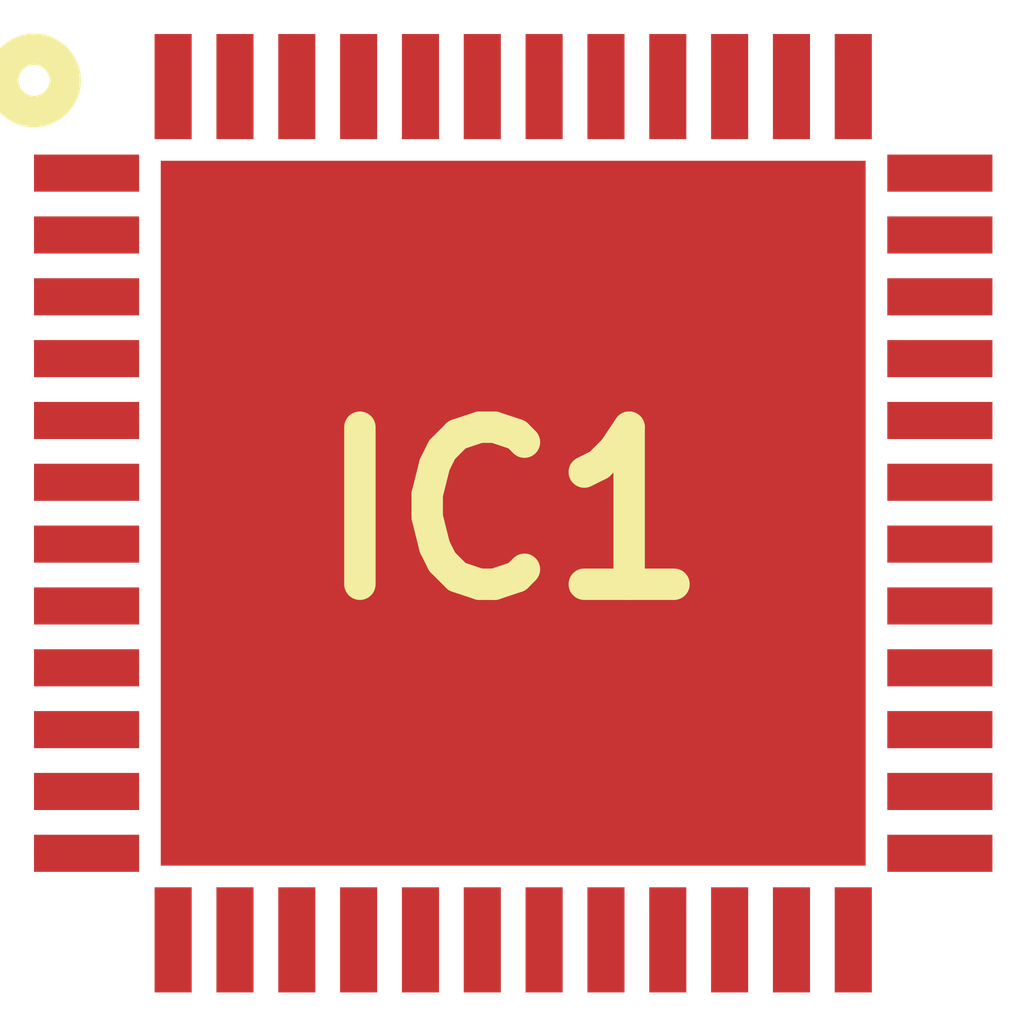
<source format=kicad_pcb>
(kicad_pcb (version 20171130) (host pcbnew 5.0.2-bee76a0~70~ubuntu18.10.1)

  (general
    (thickness 1.6)
    (drawings 0)
    (tracks 0)
    (zones 0)
    (modules 1)
    (nets 50)
  )

  (page A4)
  (layers
    (0 F.Cu signal)
    (31 B.Cu signal)
    (32 B.Adhes user)
    (33 F.Adhes user)
    (34 B.Paste user)
    (35 F.Paste user)
    (36 B.SilkS user)
    (37 F.SilkS user)
    (38 B.Mask user)
    (39 F.Mask user)
    (40 Dwgs.User user)
    (41 Cmts.User user)
    (42 Eco1.User user)
    (43 Eco2.User user)
    (44 Edge.Cuts user)
    (45 Margin user)
    (46 B.CrtYd user)
    (47 F.CrtYd user)
    (48 B.Fab user)
    (49 F.Fab user)
  )

  (setup
    (last_trace_width 0.25)
    (trace_clearance 0.2)
    (zone_clearance 0.508)
    (zone_45_only no)
    (trace_min 0.2)
    (segment_width 0.2)
    (edge_width 0.15)
    (via_size 0.8)
    (via_drill 0.4)
    (via_min_size 0.4)
    (via_min_drill 0.3)
    (uvia_size 0.3)
    (uvia_drill 0.1)
    (uvias_allowed no)
    (uvia_min_size 0.2)
    (uvia_min_drill 0.1)
    (pcb_text_width 0.3)
    (pcb_text_size 1.5 1.5)
    (mod_edge_width 0.15)
    (mod_text_size 1 1)
    (mod_text_width 0.15)
    (pad_size 1.524 1.524)
    (pad_drill 0.762)
    (pad_to_mask_clearance 0.051)
    (solder_mask_min_width 0.25)
    (aux_axis_origin 0 0)
    (visible_elements FFFFFF7F)
    (pcbplotparams
      (layerselection 0x010fc_ffffffff)
      (usegerberextensions false)
      (usegerberattributes false)
      (usegerberadvancedattributes false)
      (creategerberjobfile false)
      (excludeedgelayer true)
      (linewidth 0.100000)
      (plotframeref false)
      (viasonmask false)
      (mode 1)
      (useauxorigin false)
      (hpglpennumber 1)
      (hpglpenspeed 20)
      (hpglpendiameter 15.000000)
      (psnegative false)
      (psa4output false)
      (plotreference true)
      (plotvalue true)
      (plotinvisibletext false)
      (padsonsilk false)
      (subtractmaskfromsilk false)
      (outputformat 1)
      (mirror false)
      (drillshape 1)
      (scaleselection 1)
      (outputdirectory ""))
  )

  (net 0 "")
  (net 1 "Net-(IC1-Pad49)")
  (net 2 "Net-(IC1-Pad1)")
  (net 3 "Net-(IC1-Pad2)")
  (net 4 "Net-(IC1-Pad3)")
  (net 5 "Net-(IC1-Pad4)")
  (net 6 "Net-(IC1-Pad5)")
  (net 7 "Net-(IC1-Pad6)")
  (net 8 "Net-(IC1-Pad7)")
  (net 9 "Net-(IC1-Pad8)")
  (net 10 "Net-(IC1-Pad9)")
  (net 11 "Net-(IC1-Pad10)")
  (net 12 "Net-(IC1-Pad11)")
  (net 13 "Net-(IC1-Pad12)")
  (net 14 "Net-(IC1-Pad13)")
  (net 15 "Net-(IC1-Pad14)")
  (net 16 "Net-(IC1-Pad15)")
  (net 17 "Net-(IC1-Pad16)")
  (net 18 "Net-(IC1-Pad17)")
  (net 19 "Net-(IC1-Pad18)")
  (net 20 "Net-(IC1-Pad19)")
  (net 21 "Net-(IC1-Pad20)")
  (net 22 "Net-(IC1-Pad21)")
  (net 23 "Net-(IC1-Pad22)")
  (net 24 "Net-(IC1-Pad23)")
  (net 25 "Net-(IC1-Pad24)")
  (net 26 "Net-(IC1-Pad25)")
  (net 27 "Net-(IC1-Pad26)")
  (net 28 "Net-(IC1-Pad27)")
  (net 29 "Net-(IC1-Pad28)")
  (net 30 "Net-(IC1-Pad29)")
  (net 31 "Net-(IC1-Pad30)")
  (net 32 "Net-(IC1-Pad31)")
  (net 33 "Net-(IC1-Pad32)")
  (net 34 "Net-(IC1-Pad33)")
  (net 35 "Net-(IC1-Pad34)")
  (net 36 "Net-(IC1-Pad35)")
  (net 37 "Net-(IC1-Pad36)")
  (net 38 "Net-(IC1-Pad37)")
  (net 39 "Net-(IC1-Pad38)")
  (net 40 "Net-(IC1-Pad39)")
  (net 41 "Net-(IC1-Pad40)")
  (net 42 "Net-(IC1-Pad41)")
  (net 43 "Net-(IC1-Pad42)")
  (net 44 "Net-(IC1-Pad43)")
  (net 45 "Net-(IC1-Pad44)")
  (net 46 "Net-(IC1-Pad45)")
  (net 47 "Net-(IC1-Pad46)")
  (net 48 "Net-(IC1-Pad47)")
  (net 49 "Net-(IC1-Pad48)")

  (net_class Default "This is the default net class."
    (clearance 0.2)
    (trace_width 0.25)
    (via_dia 0.8)
    (via_drill 0.4)
    (uvia_dia 0.3)
    (uvia_drill 0.1)
    (add_net "Net-(IC1-Pad1)")
    (add_net "Net-(IC1-Pad10)")
    (add_net "Net-(IC1-Pad11)")
    (add_net "Net-(IC1-Pad12)")
    (add_net "Net-(IC1-Pad13)")
    (add_net "Net-(IC1-Pad14)")
    (add_net "Net-(IC1-Pad15)")
    (add_net "Net-(IC1-Pad16)")
    (add_net "Net-(IC1-Pad17)")
    (add_net "Net-(IC1-Pad18)")
    (add_net "Net-(IC1-Pad19)")
    (add_net "Net-(IC1-Pad2)")
    (add_net "Net-(IC1-Pad20)")
    (add_net "Net-(IC1-Pad21)")
    (add_net "Net-(IC1-Pad22)")
    (add_net "Net-(IC1-Pad23)")
    (add_net "Net-(IC1-Pad24)")
    (add_net "Net-(IC1-Pad25)")
    (add_net "Net-(IC1-Pad26)")
    (add_net "Net-(IC1-Pad27)")
    (add_net "Net-(IC1-Pad28)")
    (add_net "Net-(IC1-Pad29)")
    (add_net "Net-(IC1-Pad3)")
    (add_net "Net-(IC1-Pad30)")
    (add_net "Net-(IC1-Pad31)")
    (add_net "Net-(IC1-Pad32)")
    (add_net "Net-(IC1-Pad33)")
    (add_net "Net-(IC1-Pad34)")
    (add_net "Net-(IC1-Pad35)")
    (add_net "Net-(IC1-Pad36)")
    (add_net "Net-(IC1-Pad37)")
    (add_net "Net-(IC1-Pad38)")
    (add_net "Net-(IC1-Pad39)")
    (add_net "Net-(IC1-Pad4)")
    (add_net "Net-(IC1-Pad40)")
    (add_net "Net-(IC1-Pad41)")
    (add_net "Net-(IC1-Pad42)")
    (add_net "Net-(IC1-Pad43)")
    (add_net "Net-(IC1-Pad44)")
    (add_net "Net-(IC1-Pad45)")
    (add_net "Net-(IC1-Pad46)")
    (add_net "Net-(IC1-Pad47)")
    (add_net "Net-(IC1-Pad48)")
    (add_net "Net-(IC1-Pad49)")
    (add_net "Net-(IC1-Pad5)")
    (add_net "Net-(IC1-Pad6)")
    (add_net "Net-(IC1-Pad7)")
    (add_net "Net-(IC1-Pad8)")
    (add_net "Net-(IC1-Pad9)")
  )

  (module STM32WB55CEU6:QFN50P700X700X65-49N-D (layer F.Cu) (tedit 5D9126FF) (tstamp 5DA3F3F5)
    (at 251.46 -256.54)
    (descr STM32WB55CEU6)
    (tags "Integrated Circuit")
    (path /5D97CEBE)
    (attr smd)
    (fp_text reference IC1 (at 0 0) (layer F.SilkS)
      (effects (font (size 1.27 1.27) (thickness 0.254)))
    )
    (fp_text value STM32WB55CEU6 (at 0 0) (layer F.SilkS) hide
      (effects (font (size 1.27 1.27) (thickness 0.254)))
    )
    (fp_line (start -4.125 -4.125) (end 4.125 -4.125) (layer Dwgs.User) (width 0.05))
    (fp_line (start 4.125 -4.125) (end 4.125 4.125) (layer Dwgs.User) (width 0.05))
    (fp_line (start 4.125 4.125) (end -4.125 4.125) (layer Dwgs.User) (width 0.05))
    (fp_line (start -4.125 4.125) (end -4.125 -4.125) (layer Dwgs.User) (width 0.05))
    (fp_line (start -3.5 -3.5) (end 3.5 -3.5) (layer Dwgs.User) (width 0.1))
    (fp_line (start 3.5 -3.5) (end 3.5 3.5) (layer Dwgs.User) (width 0.1))
    (fp_line (start 3.5 3.5) (end -3.5 3.5) (layer Dwgs.User) (width 0.1))
    (fp_line (start -3.5 3.5) (end -3.5 -3.5) (layer Dwgs.User) (width 0.1))
    (fp_line (start -3.5 -3) (end -3 -3.5) (layer Dwgs.User) (width 0.1))
    (fp_circle (center -3.875 -3.5) (end -3.75 -3.5) (layer F.SilkS) (width 0.254))
    (pad 1 smd rect (at -3.45 -2.75 90) (size 0.3 0.85) (layers F.Cu F.Paste F.Mask)
      (net 2 "Net-(IC1-Pad1)"))
    (pad 2 smd rect (at -3.45 -2.25 90) (size 0.3 0.85) (layers F.Cu F.Paste F.Mask)
      (net 3 "Net-(IC1-Pad2)"))
    (pad 3 smd rect (at -3.45 -1.75 90) (size 0.3 0.85) (layers F.Cu F.Paste F.Mask)
      (net 4 "Net-(IC1-Pad3)"))
    (pad 4 smd rect (at -3.45 -1.25 90) (size 0.3 0.85) (layers F.Cu F.Paste F.Mask)
      (net 5 "Net-(IC1-Pad4)"))
    (pad 5 smd rect (at -3.45 -0.75 90) (size 0.3 0.85) (layers F.Cu F.Paste F.Mask)
      (net 6 "Net-(IC1-Pad5)"))
    (pad 6 smd rect (at -3.45 -0.25 90) (size 0.3 0.85) (layers F.Cu F.Paste F.Mask)
      (net 7 "Net-(IC1-Pad6)"))
    (pad 7 smd rect (at -3.45 0.25 90) (size 0.3 0.85) (layers F.Cu F.Paste F.Mask)
      (net 8 "Net-(IC1-Pad7)"))
    (pad 8 smd rect (at -3.45 0.75 90) (size 0.3 0.85) (layers F.Cu F.Paste F.Mask)
      (net 9 "Net-(IC1-Pad8)"))
    (pad 9 smd rect (at -3.45 1.25 90) (size 0.3 0.85) (layers F.Cu F.Paste F.Mask)
      (net 10 "Net-(IC1-Pad9)"))
    (pad 10 smd rect (at -3.45 1.75 90) (size 0.3 0.85) (layers F.Cu F.Paste F.Mask)
      (net 11 "Net-(IC1-Pad10)"))
    (pad 11 smd rect (at -3.45 2.25 90) (size 0.3 0.85) (layers F.Cu F.Paste F.Mask)
      (net 12 "Net-(IC1-Pad11)"))
    (pad 12 smd rect (at -3.45 2.75 90) (size 0.3 0.85) (layers F.Cu F.Paste F.Mask)
      (net 13 "Net-(IC1-Pad12)"))
    (pad 13 smd rect (at -2.75 3.45) (size 0.3 0.85) (layers F.Cu F.Paste F.Mask)
      (net 14 "Net-(IC1-Pad13)"))
    (pad 14 smd rect (at -2.25 3.45) (size 0.3 0.85) (layers F.Cu F.Paste F.Mask)
      (net 15 "Net-(IC1-Pad14)"))
    (pad 15 smd rect (at -1.75 3.45) (size 0.3 0.85) (layers F.Cu F.Paste F.Mask)
      (net 16 "Net-(IC1-Pad15)"))
    (pad 16 smd rect (at -1.25 3.45) (size 0.3 0.85) (layers F.Cu F.Paste F.Mask)
      (net 17 "Net-(IC1-Pad16)"))
    (pad 17 smd rect (at -0.75 3.45) (size 0.3 0.85) (layers F.Cu F.Paste F.Mask)
      (net 18 "Net-(IC1-Pad17)"))
    (pad 18 smd rect (at -0.25 3.45) (size 0.3 0.85) (layers F.Cu F.Paste F.Mask)
      (net 19 "Net-(IC1-Pad18)"))
    (pad 19 smd rect (at 0.25 3.45) (size 0.3 0.85) (layers F.Cu F.Paste F.Mask)
      (net 20 "Net-(IC1-Pad19)"))
    (pad 20 smd rect (at 0.75 3.45) (size 0.3 0.85) (layers F.Cu F.Paste F.Mask)
      (net 21 "Net-(IC1-Pad20)"))
    (pad 21 smd rect (at 1.25 3.45) (size 0.3 0.85) (layers F.Cu F.Paste F.Mask)
      (net 22 "Net-(IC1-Pad21)"))
    (pad 22 smd rect (at 1.75 3.45) (size 0.3 0.85) (layers F.Cu F.Paste F.Mask)
      (net 23 "Net-(IC1-Pad22)"))
    (pad 23 smd rect (at 2.25 3.45) (size 0.3 0.85) (layers F.Cu F.Paste F.Mask)
      (net 24 "Net-(IC1-Pad23)"))
    (pad 24 smd rect (at 2.75 3.45) (size 0.3 0.85) (layers F.Cu F.Paste F.Mask)
      (net 25 "Net-(IC1-Pad24)"))
    (pad 25 smd rect (at 3.45 2.75 90) (size 0.3 0.85) (layers F.Cu F.Paste F.Mask)
      (net 26 "Net-(IC1-Pad25)"))
    (pad 26 smd rect (at 3.45 2.25 90) (size 0.3 0.85) (layers F.Cu F.Paste F.Mask)
      (net 27 "Net-(IC1-Pad26)"))
    (pad 27 smd rect (at 3.45 1.75 90) (size 0.3 0.85) (layers F.Cu F.Paste F.Mask)
      (net 28 "Net-(IC1-Pad27)"))
    (pad 28 smd rect (at 3.45 1.25 90) (size 0.3 0.85) (layers F.Cu F.Paste F.Mask)
      (net 29 "Net-(IC1-Pad28)"))
    (pad 29 smd rect (at 3.45 0.75 90) (size 0.3 0.85) (layers F.Cu F.Paste F.Mask)
      (net 30 "Net-(IC1-Pad29)"))
    (pad 30 smd rect (at 3.45 0.25 90) (size 0.3 0.85) (layers F.Cu F.Paste F.Mask)
      (net 31 "Net-(IC1-Pad30)"))
    (pad 31 smd rect (at 3.45 -0.25 90) (size 0.3 0.85) (layers F.Cu F.Paste F.Mask)
      (net 32 "Net-(IC1-Pad31)"))
    (pad 32 smd rect (at 3.45 -0.75 90) (size 0.3 0.85) (layers F.Cu F.Paste F.Mask)
      (net 33 "Net-(IC1-Pad32)"))
    (pad 33 smd rect (at 3.45 -1.25 90) (size 0.3 0.85) (layers F.Cu F.Paste F.Mask)
      (net 34 "Net-(IC1-Pad33)"))
    (pad 34 smd rect (at 3.45 -1.75 90) (size 0.3 0.85) (layers F.Cu F.Paste F.Mask)
      (net 35 "Net-(IC1-Pad34)"))
    (pad 35 smd rect (at 3.45 -2.25 90) (size 0.3 0.85) (layers F.Cu F.Paste F.Mask)
      (net 36 "Net-(IC1-Pad35)"))
    (pad 36 smd rect (at 3.45 -2.75 90) (size 0.3 0.85) (layers F.Cu F.Paste F.Mask)
      (net 37 "Net-(IC1-Pad36)"))
    (pad 37 smd rect (at 2.75 -3.45) (size 0.3 0.85) (layers F.Cu F.Paste F.Mask)
      (net 38 "Net-(IC1-Pad37)"))
    (pad 38 smd rect (at 2.25 -3.45) (size 0.3 0.85) (layers F.Cu F.Paste F.Mask)
      (net 39 "Net-(IC1-Pad38)"))
    (pad 39 smd rect (at 1.75 -3.45) (size 0.3 0.85) (layers F.Cu F.Paste F.Mask)
      (net 40 "Net-(IC1-Pad39)"))
    (pad 40 smd rect (at 1.25 -3.45) (size 0.3 0.85) (layers F.Cu F.Paste F.Mask)
      (net 41 "Net-(IC1-Pad40)"))
    (pad 41 smd rect (at 0.75 -3.45) (size 0.3 0.85) (layers F.Cu F.Paste F.Mask)
      (net 42 "Net-(IC1-Pad41)"))
    (pad 42 smd rect (at 0.25 -3.45) (size 0.3 0.85) (layers F.Cu F.Paste F.Mask)
      (net 43 "Net-(IC1-Pad42)"))
    (pad 43 smd rect (at -0.25 -3.45) (size 0.3 0.85) (layers F.Cu F.Paste F.Mask)
      (net 44 "Net-(IC1-Pad43)"))
    (pad 44 smd rect (at -0.75 -3.45) (size 0.3 0.85) (layers F.Cu F.Paste F.Mask)
      (net 45 "Net-(IC1-Pad44)"))
    (pad 45 smd rect (at -1.25 -3.45) (size 0.3 0.85) (layers F.Cu F.Paste F.Mask)
      (net 46 "Net-(IC1-Pad45)"))
    (pad 46 smd rect (at -1.75 -3.45) (size 0.3 0.85) (layers F.Cu F.Paste F.Mask)
      (net 47 "Net-(IC1-Pad46)"))
    (pad 47 smd rect (at -2.25 -3.45) (size 0.3 0.85) (layers F.Cu F.Paste F.Mask)
      (net 48 "Net-(IC1-Pad47)"))
    (pad 48 smd rect (at -2.75 -3.45) (size 0.3 0.85) (layers F.Cu F.Paste F.Mask)
      (net 49 "Net-(IC1-Pad48)"))
    (pad 49 smd rect (at 0 0) (size 5.7 5.7) (layers F.Cu F.Paste F.Mask)
      (net 1 "Net-(IC1-Pad49)"))
  )

)

</source>
